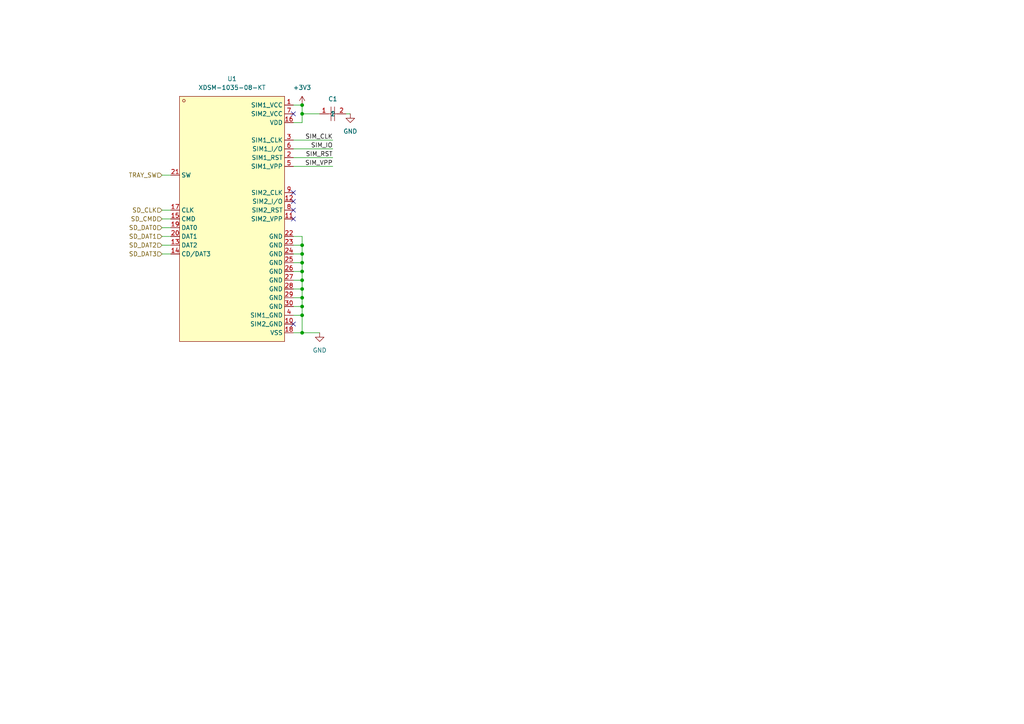
<source format=kicad_sch>
(kicad_sch (version 20231120) (generator "eeschema") (generator_version "8.0")
  (paper "A4")
  (lib_symbols
    (symbol "linuxpocket:CL05A106MQ5NUNC"
      (property "Reference" "C" (at 0 5.08 0))
      (property "Value" "CL05A106MQ5NUNC" (at 0 -5.08 0))
      (symbol "CL05A106MQ5NUNC_0_1"
        (polyline (pts (xy -1.27 0) (xy -0.51 0)))
        (polyline (pts (xy -0.51 2.03) (xy -0.51 -2.03)))
        (polyline (pts (xy 0.51 0) (xy 1.27 0)))
        (polyline (pts (xy 0.51 2.03) (xy 0.51 -2.03)))
        (pin input line (at -3.81 0 0) (length 2.54) (name "1") (number "1"))
        (pin input line (at 3.81 0 180) (length 2.54) (name "2") (number "2"))
      )
    )
    (symbol "linuxpocket:XDSM-1035-08-KT"
      (property "Reference" "U" (at 0 38.1 0))
      (property "Value" "XDSM-1035-08-KT" (at 0 -38.1 0))
      (symbol "XDSM-1035-08-KT_0_1"
        (rectangle (start -15.24 35.56) (end 15.24 -35.56) (fill (type background)))
        (circle (center -13.97 34.29) (radius 0.38))
        (pin unspecified line (at 17.78 33.02 180) (length 2.54) (name "SIM1_VCC") (number "1"))
        (pin unspecified line (at 17.78 -30.48 180) (length 2.54) (name "SIM2_GND") (number "10"))
        (pin unspecified line (at 17.78 0 180) (length 2.54) (name "SIM2_VPP") (number "11"))
        (pin unspecified line (at 17.78 5.08 180) (length 2.54) (name "SIM2_I/O") (number "12"))
        (pin unspecified line (at -17.78 -7.62 0) (length 2.54) (name "DAT2") (number "13"))
        (pin unspecified line (at -17.78 -10.16 0) (length 2.54) (name "CD/DAT3") (number "14"))
        (pin unspecified line (at -17.78 0 0) (length 2.54) (name "CMD") (number "15"))
        (pin unspecified line (at 17.78 27.94 180) (length 2.54) (name "VDD") (number "16"))
        (pin unspecified line (at -17.78 2.54 0) (length 2.54) (name "CLK") (number "17"))
        (pin unspecified line (at 17.78 -33.02 180) (length 2.54) (name "VSS") (number "18"))
        (pin unspecified line (at -17.78 -2.54 0) (length 2.54) (name "DAT0") (number "19"))
        (pin unspecified line (at 17.78 17.78 180) (length 2.54) (name "SIM1_RST") (number "2"))
        (pin unspecified line (at -17.78 -5.08 0) (length 2.54) (name "DAT1") (number "20"))
        (pin unspecified line (at -17.78 12.7 0) (length 2.54) (name "SW") (number "21"))
        (pin unspecified line (at 17.78 -5.08 180) (length 2.54) (name "GND") (number "22"))
        (pin unspecified line (at 17.78 -7.62 180) (length 2.54) (name "GND") (number "23"))
        (pin unspecified line (at 17.78 -10.16 180) (length 2.54) (name "GND") (number "24"))
        (pin unspecified line (at 17.78 -12.7 180) (length 2.54) (name "GND") (number "25"))
        (pin unspecified line (at 17.78 -15.24 180) (length 2.54) (name "GND") (number "26"))
        (pin unspecified line (at 17.78 -17.78 180) (length 2.54) (name "GND") (number "27"))
        (pin unspecified line (at 17.78 -20.32 180) (length 2.54) (name "GND") (number "28"))
        (pin unspecified line (at 17.78 -22.86 180) (length 2.54) (name "GND") (number "29"))
        (pin unspecified line (at 17.78 22.86 180) (length 2.54) (name "SIM1_CLK") (number "3"))
        (pin unspecified line (at 17.78 -25.4 180) (length 2.54) (name "GND") (number "30"))
        (pin unspecified line (at 17.78 -27.94 180) (length 2.54) (name "SIM1_GND") (number "4"))
        (pin unspecified line (at 17.78 15.24 180) (length 2.54) (name "SIM1_VPP") (number "5"))
        (pin unspecified line (at 17.78 20.32 180) (length 2.54) (name "SIM1_I/O") (number "6"))
        (pin unspecified line (at 17.78 30.48 180) (length 2.54) (name "SIM2_VCC") (number "7"))
        (pin unspecified line (at 17.78 2.54 180) (length 2.54) (name "SIM2_RST") (number "8"))
        (pin unspecified line (at 17.78 7.62 180) (length 2.54) (name "SIM2_CLK") (number "9"))
      )
    )
    (symbol "power:+3V3" (power) (pin_numbers hide) (pin_names (offset 0) hide)
      (property "Value" "+3V3" (at 0 3.556 0))
      (symbol "+3V3_0_1"
        (polyline (pts (xy -0.762 1.27) (xy 0 2.54)))
        (polyline (pts (xy 0 0) (xy 0 2.54)))
        (polyline (pts (xy 0 2.54) (xy 0.762 1.27)))
      )
      (symbol "+3V3_1_1"
        (pin power_in line (at 0 0 90) (length 0) (name "~") (number "1"))
      )
    )
    (symbol "power:GND" (power) (pin_numbers hide) (pin_names (offset 0) hide)
      (property "Value" "GND" (at 0 -3.81 0))
      (symbol "GND_0_1"
        (polyline (pts (xy 0 0) (xy 0 -1.27) (xy 1.27 -1.27) (xy 0 -2.54) (xy -1.27 -1.27) (xy 0 -1.27)))
      )
      (symbol "GND_1_1"
        (pin power_in line (at 0 0 270) (length 0) (name "~") (number "1"))
      )
    )
  )
  (junction (at 87.63 86.36))
  (junction (at 87.63 30.48))
  (junction (at 87.63 76.2))
  (junction (at 87.63 71.12))
  (junction (at 87.63 78.74))
  (junction (at 87.63 96.52))
  (junction (at 87.63 73.66))
  (junction (at 87.63 81.28))
  (junction (at 87.63 88.9))
  (junction (at 87.63 83.82))
  (junction (at 87.63 33.02))
  (junction (at 87.63 91.44))
  (no_connect (at 85.09 55.88))
  (no_connect (at 85.09 58.42))
  (no_connect (at 85.09 60.96))
  (no_connect (at 85.09 93.98))
  (no_connect (at 85.09 33.02))
  (no_connect (at 85.09 63.5))
  (wire (pts (xy 46.99 50.8) (xy 49.53 50.8)))
  (wire (pts (xy 87.63 35.56) (xy 85.09 35.56)))
  (wire (pts (xy 46.99 73.66) (xy 49.53 73.66)))
  (wire (pts (xy 87.63 96.52) (xy 85.09 96.52)))
  (wire (pts (xy 85.09 86.36) (xy 87.63 86.36)))
  (wire (pts (xy 96.52 45.72) (xy 85.09 45.72)))
  (wire (pts (xy 92.71 33.02) (xy 87.63 33.02)))
  (wire (pts (xy 101.6 33.02) (xy 100.33 33.02)))
  (wire (pts (xy 87.63 83.82) (xy 87.63 86.36)))
  (wire (pts (xy 87.63 81.28) (xy 87.63 83.82)))
  (wire (pts (xy 85.09 81.28) (xy 87.63 81.28)))
  (wire (pts (xy 92.71 96.52) (xy 87.63 96.52)))
  (wire (pts (xy 87.63 33.02) (xy 87.63 35.56)))
  (wire (pts (xy 85.09 68.58) (xy 87.63 68.58)))
  (wire (pts (xy 87.63 91.44) (xy 87.63 88.9)))
  (wire (pts (xy 46.99 63.5) (xy 49.53 63.5)))
  (wire (pts (xy 46.99 60.96) (xy 49.53 60.96)))
  (wire (pts (xy 96.52 40.64) (xy 85.09 40.64)))
  (wire (pts (xy 96.52 48.26) (xy 85.09 48.26)))
  (wire (pts (xy 46.99 68.58) (xy 49.53 68.58)))
  (wire (pts (xy 85.09 78.74) (xy 87.63 78.74)))
  (wire (pts (xy 46.99 71.12) (xy 49.53 71.12)))
  (wire (pts (xy 87.63 71.12) (xy 87.63 73.66)))
  (wire (pts (xy 85.09 73.66) (xy 87.63 73.66)))
  (wire (pts (xy 96.52 43.18) (xy 85.09 43.18)))
  (wire (pts (xy 85.09 30.48) (xy 87.63 30.48)))
  (wire (pts (xy 85.09 83.82) (xy 87.63 83.82)))
  (wire (pts (xy 85.09 71.12) (xy 87.63 71.12)))
  (wire (pts (xy 87.63 91.44) (xy 87.63 96.52)))
  (wire (pts (xy 87.63 88.9) (xy 85.09 88.9)))
  (wire (pts (xy 87.63 78.74) (xy 87.63 81.28)))
  (wire (pts (xy 87.63 30.48) (xy 87.63 33.02)))
  (wire (pts (xy 87.63 68.58) (xy 87.63 71.12)))
  (wire (pts (xy 87.63 76.2) (xy 87.63 78.74)))
  (wire (pts (xy 87.63 73.66) (xy 87.63 76.2)))
  (wire (pts (xy 85.09 76.2) (xy 87.63 76.2)))
  (wire (pts (xy 85.09 91.44) (xy 87.63 91.44)))
  (wire (pts (xy 46.99 66.04) (xy 49.53 66.04)))
  (wire (pts (xy 87.63 86.36) (xy 87.63 88.9)))
  (label "SIM_VPP" (at 96.52 48.26 180))
  (label "SIM_IO" (at 96.52 43.18 180))
  (label "SIM_RST" (at 96.52 45.72 180))
  (label "SIM_CLK" (at 96.52 40.64 180))
  (hierarchical_label "SD_DAT0" (shape input) (at 46.99 66.04 180))
  (hierarchical_label "SD_CMD" (shape input) (at 46.99 63.5 180))
  (hierarchical_label "SD_DAT3" (shape input) (at 46.99 73.66 180))
  (hierarchical_label "SD_CLK" (shape input) (at 46.99 60.96 180))
  (hierarchical_label "SD_DAT2" (shape input) (at 46.99 71.12 180))
  (hierarchical_label "TRAY_SW" (shape input) (at 46.99 50.8 180))
  (hierarchical_label "SD_DAT1" (shape input) (at 46.99 68.58 180))
  (symbol (lib_id "linuxpocket:XDSM-1035-08-KT") (at 67.31 63.5 0) (unit 1)
    (property "Reference" "U1" (at 67.31 22.86 0))
    (property "Value" "XDSM-1035-08-KT" (at 67.31 25.4 0))
    (property "Footprint" "linuxpocket:SIM-SMD_XDSM-1035-08_1" (effects (hide yes)))
    (property "LCSC Part" "C7498099" (effects (hide yes)))
  )
  (symbol (lib_id "power:GND") (at 101.6 33.02 0) (unit 1)
    (property "Reference" "#PWR07" (effects (hide yes)))
    (property "Value" "GND" (at 101.6 38.1 0))
    (property "Description" "Power symbol creates a global label with name \"GND\" , ground" (effects (hide yes)))
  )
  (symbol (lib_id "power:+3V3") (at 87.63 30.48 0) (unit 1)
    (property "Reference" "#PWR05" (effects (hide yes)))
    (property "Value" "+3V3" (at 87.63 25.4 0))
    (property "Description" "Power symbol creates a global label with name \"+3V3\"" (effects (hide yes)))
  )
  (symbol (lib_id "linuxpocket:CL05A106MQ5NUNC") (at 96.52 33.02 0) (unit 1)
    (property "Reference" "C1" (at 96.52 28.702 0))
    (property "Value" "CL05A106MQ5NUNC" (effects (hide yes)))
    (property "Footprint" "linuxpocket:C0402" (effects (hide yes)))
    (property "Datasheet" "https://lcsc.com/product-detail/Multilayer-Ceramic-Capacitors-MLCC-SMD-SMT_SAMSUNG_CL05A106MQ5NUNC_10uF-106-20-6-3V_C15525.html" (effects (hide yes)))
    (property "LCSC Part" "C15525" (effects (hide yes)))
  )
  (symbol (lib_id "power:GND") (at 92.71 96.52 0) (unit 1)
    (property "Reference" "#PWR08" (effects (hide yes)))
    (property "Value" "GND" (at 92.71 101.6 0))
    (property "Description" "Power symbol creates a global label with name \"GND\" , ground" (effects (hide yes)))
  )
)
</source>
